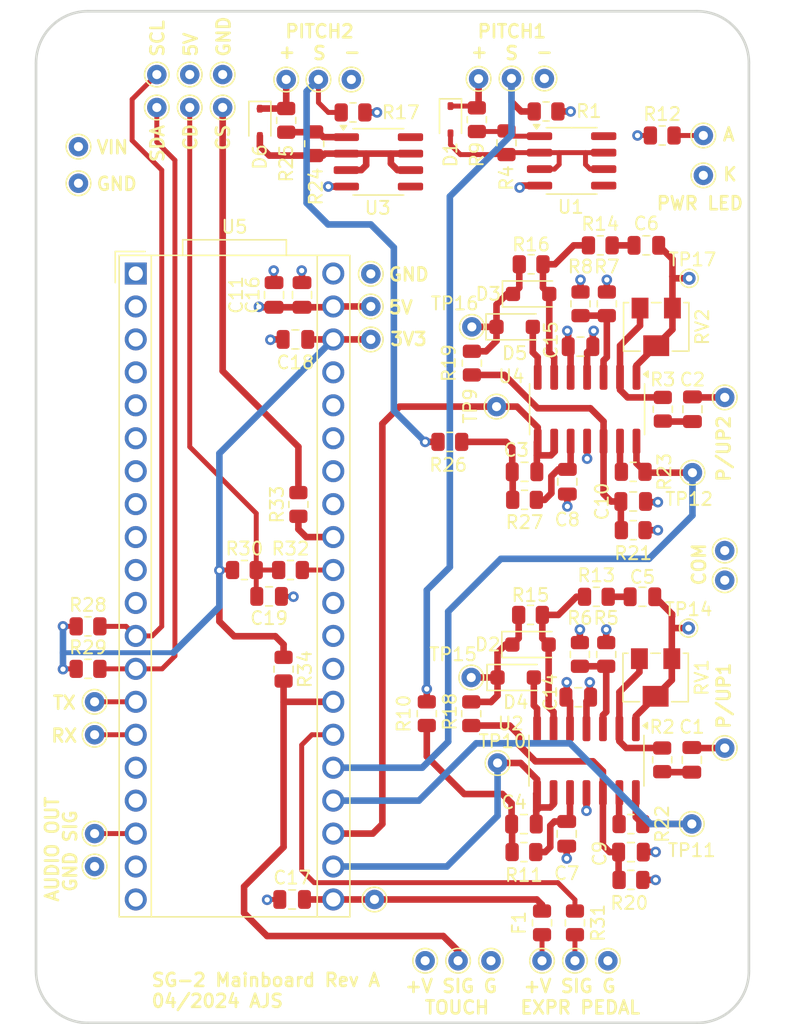
<source format=kicad_pcb>
(kicad_pcb (version 20221018) (generator pcbnew)
  (layers (0 "F.Cu" signal) (1 "In1.Cu" signal) (2 "In2.Cu" signal) (31 "B.Cu" signal) (34 "B.Paste" user) (35 "F.Paste" user) (36 "B.SilkS" user "B.Silkscreen") (37 "F.SilkS" user "F.Silkscreen") (38 "B.Mask" user) (39 "F.Mask" user) (44 "Edge.Cuts" user))
  (net 0 "")
  (net 1 "Net-(C1-Pad1)")
  (net 2 "Net-(C2-Pad1)")
  (net 3 "GND")
  (net 4 "Net-(C4-Pad1)")
  (net 5 "Net-(C5-Pad1)")
  (net 6 "Net-(C5-Pad2)")
  (net 7 "Net-(C6-Pad1)")
  (net 8 "Net-(C6-Pad2)")
  (net 9 "Net-(C3-Pad1)")
  (net 10 "Net-(U2D-+)")
  (net 11 "Net-(U4D-+)")
  (net 12 "+5V")
  (net 13 "Net-(D1-K)")
  (net 14 "Net-(D1-A)")
  (net 15 "Net-(D2-K)")
  (net 16 "Net-(D2-A)")
  (net 17 "Net-(D3-K)")
  (net 18 "Net-(D3-A)")
  (net 19 "Net-(D4-A)")
  (net 20 "Net-(D5-A)")
  (net 21 "Net-(U2A--)")
  (net 22 "Net-(U4A--)")
  (net 23 "Net-(R4-Pad1)")
  (net 24 "Net-(U2A-+)")
  (net 25 "Net-(U4A-+)")
  (net 26 "Net-(U2D--)")
  (net 27 "Net-(U4D--)")
  (net 28 "Net-(U4C--)")
  (net 29 "Net-(U2C--)")
  (net 30 "+3.3V")
  (net 31 "Net-(C19-Pad2)")
  (net 32 "Net-(U4C-+)")
  (net 33 "Net-(D6-K)")
  (net 34 "Net-(D6-A)")
  (net 35 "Net-(R24-Pad1)")
  (net 36 "Net-(U2C-+)")
  (net 37 "+3.3VA")
  (net 49 "Net-(R12-Pad2)")
  (net 50 "Net-(U5-ADC_2)")
  (net 51 "Net-(U5-ADC_3)")
  (net 52 "Net-(U5-I2C1_SCL)")
  (net 55 "Net-(U5-I2C1_SDA)")
  (net 56 "Net-(R31-Pad1)")
  (net 57 "Net-(U5-ADC_4)")
  (net 58 "Net-(U5-SAI2_MCLK)")
  (net 59 "Net-(R33-Pad1)")
  (net 60 "Net-(U5-SAI2_SD_B)")
  (net 61 "Net-(U5-USART1_TX)")
  (net 62 "Net-(U5-ADC_5)")
  (net 66 "Net-(U5-USART1_RX)")
  (net 67 "Net-(U5-AUDIO_OUT_1)")
  (net 74 "Net-(C1-Pad2)")
  (net 75 "Net-(C2-Pad2)")
  (net 76 "Net-(R1-Pad1)")
  (net 77 "Net-(F1-Pad2)")
  (net 78 "Net-(R17-Pad1)")
  (footprint "Diode_SMD:D_SOD-123F" (layer "F.Cu") (at 175.006 118.3685)
    (fp_text reference "D4")
    (fp_text value "RB751")
  )
  (footprint "Resistor_SMD:R_0805_2012Metric" (layer "F.Cu") (at 158.242 105.029 -90)
    (fp_text reference "R33")
    (fp_text value "100")
  )
  (footprint "Resistor_SMD:R_0805_2012Metric" (layer "F.Cu") (at 186.356499 97.6865 90)
    (fp_text reference "R3")
    (fp_text value "1k")
  )
  (footprint "Capacitor_SMD:C_0805_2012Metric" (layer "F.Cu") (at 175.641 129.6715)
    (fp_text reference "C4")
    (fp_text value "20n")
  )
  (footprint "Capacitor_SMD:C_0805_2012Metric" (layer "F.Cu") (at 156.3624 88.8746 -90)
    (fp_text reference "C11")
    (fp_text value "22u")
  )
  (footprint "TestPoint:TestPoint_THTPad_D1.5mm_Drill0.7mm" (layer "F.Cu") (at 163.83 92.3036)
    (fp_text reference "TP28" hide)
    (fp_text value "TestPoint_Small")
  )
  (footprint "TestPoint:TestPoint_THTPad_D1.5mm_Drill0.7mm" (layer "F.Cu") (at 177.22195 72.18775 90)
    (fp_text reference "TP19" hide)
    (fp_text value "TestPoint_Small")
  )
  (footprint "TestPoint:TestPoint_THTPad_D1.5mm_Drill0.7mm" (layer "F.Cu") (at 152.4 74.422)
    (fp_text reference "TP42" hide)
    (fp_text value "TestPoint_Small")
  )
  (footprint "TestPoint:TestPoint_THTPad_D1.5mm_Drill0.7mm" (layer "F.Cu") (at 177.038 140.208)
    (fp_text reference "TP38" hide)
    (fp_text value "TestPoint_Small")
  )
  (footprint "Capacitor_SMD:C_0805_2012Metric" (layer "F.Cu") (at 175.688499 102.5125)
    (fp_text reference "C3")
    (fp_text value "20n")
  )
  (footprint "MountingHole:MountingHole_3.2mm_M3" (layer "F.Cu") (at 142 141 -90)
    (fp_text reference "MT4" hide)
    (fp_text value "MountingHole" hide)
  )
  (footprint "Capacitor_SMD:C_0805_2012Metric" (layer "F.Cu") (at 185.086499 85.0515)
    (fp_text reference "C6")
    (fp_text value "1u")
  )
  (footprint "TestPoint:TestPoint_THTPad_D1.5mm_Drill0.7mm" (layer "F.Cu") (at 189.484 76.581)
    (fp_text reference "TP26" hide)
    (fp_text value "TestPoint_Small")
  )
  (footprint "Resistor_SMD:R_0805_2012Metric" (layer "F.Cu") (at 184.070499 107.0105)
    (fp_text reference "R21")
    (fp_text value "10k")
  )
  (footprint "Diode_SMD:D_SOD-323" (layer "F.Cu") (at 155.2702 75.565 -90)
    (fp_text reference "D6")
    (fp_text value "MMDL6050T1G")
  )
  (footprint "Resistor_SMD:R_0805_2012Metric" (layer "F.Cu") (at 169.926 100.203)
    (fp_text reference "R26")
    (fp_text value "11k")
  )
  (footprint "Capacitor_SMD:C_0805_2012Metric" (layer "F.Cu") (at 184.785 112.1455)
    (fp_text reference "C5")
    (fp_text value "1u")
  )
  (footprint "TestPoint:TestPoint_THTPad_D1.5mm_Drill0.7mm" (layer "F.Cu") (at 173.609 124.9605)
    (fp_text reference "TP10")
    (fp_text value "TestPoint_Small")
  )
  (footprint "Capacitor_SMD:C_0805_2012Metric" (layer "F.Cu") (at 155.9814 112.1156 180)
    (fp_text reference "C19")
    (fp_text value "100n")
  )
  (footprint "Resistor_SMD:R_0805_2012Metric" (layer "F.Cu") (at 172.00945 75.36275 90)
    (fp_text reference "R9")
    (fp_text value "6k12")
  )
  (footprint "TestPoint:TestPoint_THTPad_D1.5mm_Drill0.7mm" (layer "F.Cu") (at 163.83 89.7636)
    (fp_text reference "TP24" hide)
    (fp_text value "TestPoint_Small")
  )
  (footprint "Resistor_SMD:R_0805_2012Metric" (layer "F.Cu") (at 183.896 129.6715 180)
    (fp_text reference "R22")
    (fp_text value "1k")
  )
  (footprint "Capacitor_SMD:C_0805_2012Metric" (layer "F.Cu") (at 178.943 130.4215 -90)
    (fp_text reference "C7")
    (fp_text value "10n")
  )
  (footprint "TestPoint:TestPoint_THTPad_D1.5mm_Drill0.7mm" (layer "F.Cu") (at 159.7892 72.263 90)
    (fp_text reference "TP8" hide)
    (fp_text value "TestPoint_Small")
  )
  (footprint "Resistor_SMD:R_0805_2012Metric" (layer "F.Cu") (at 184.070499 102.5125 180)
    (fp_text reference "R23")
    (fp_text value "1k")
  )
  (footprint "Potentiometer_SMD:Potentiometer_Bourns_3224W_Vertical" (layer "F.Cu") (at 185.801 118.3685)
    (fp_text reference "RV1")
    (fp_text value "100k")
  )
  (footprint "TestPoint:TestPoint_THTPad_D1.5mm_Drill0.7mm" (layer "F.Cu") (at 152.4 71.882)
    (fp_text reference "TP37" hide)
    (fp_text value "TestPoint_Small")
  )
  (footprint "Package_SO:SOIC-14_3.9x8.7mm_P1.27mm" (layer "F.Cu") (at 180.467 124.7835 -90)
    (fp_text reference "U2")
    (fp_text value "LMV324A")
  )
  (footprint "Resistor_SMD:R_0805_2012Metric" (layer "F.Cu") (at 168.148 121.158 -90)
    (fp_text reference "R10")
    (fp_text value "11k")
  )
  (footprint "Resistor_SMD:R_0805_2012Metric" (layer "F.Cu") (at 171.624499 94.1305 90)
    (fp_text reference "R19")
    (fp_text value "100")
  )
  (footprint "Resistor_SMD:R_0805_2012Metric" (layer "F.Cu") (at 181.530499 85.0515)
    (fp_text reference "R14")
    (fp_text value "10k")
  )
  (footprint "TestPoint:TestPoint_THTPad_D1.5mm_Drill0.7mm" (layer "F.Cu") (at 147.32 74.422)
    (fp_text reference "TP33" hide)
    (fp_text value "TestPoint_Small")
  )
  (footprint "Capacitor_SMD:C_0805_2012Metric" (layer "F.Cu") (at 188.595 124.7185 90)
    (fp_text reference "C1")
    (fp_text value "10u")
  )
  (footprint "Capacitor_SMD:C_0805_2012Metric" (layer "F.Cu") (at 179.832 119.8925)
    (fp_text reference "C14")
    (fp_text value "100n")
  )
  (footprint "Capacitor_SMD:C_0805_2012Metric" (layer "F.Cu") (at 178.990499 103.2745 -90)
    (fp_text reference "C8")
    (fp_text value "10n")
  )
  (footprint "Capacitor_SMD:C_0805_2012Metric" (layer "F.Cu") (at 158.5214 88.8746 -90)
    (fp_text reference "C16")
    (fp_text value "100n")
  )
  (footprint "TestPoint:TestPoint_THTPad_D1.5mm_Drill0.7mm" (layer "F.Cu") (at 179.578 140.208)
    (fp_text reference "TP39" hide)
    (fp_text value "TestPoint_Small")
  )
  (footprint "TestPoint:TestPoint_THTPad_D1.5mm_Drill0.7mm" (layer "F.Cu") (at 162.3292 72.263 90)
    (fp_text reference "TP18" hide)
    (fp_text value "TestPoint_Small")
  )
  (footprint "Diode_SMD:D_SOD-123F" (layer "F.Cu") (at 176.196499 88.7965)
    (fp_text reference "D3")
    (fp_text value "RB751")
  )
  (footprint "Resistor_SMD:R_0805_2012Metric" (layer "F.Cu") (at 171.577 121.1625 90)
    (fp_text reference "R18")
    (fp_text value "100")
  )
  (footprint "Resistor_SMD:R_0805_2012Metric" (layer "F.Cu") (at 183.896 133.9775)
    (fp_text reference "R20")
    (fp_text value "10k")
  )
  (footprint "Resistor_SMD:R_0805_2012Metric" (layer "F.Cu") (at 177.038 137.287 -90)
    (fp_text reference "F1")
    (fp_text value "20mA")
  )
  (footprint "TestPoint:TestPoint_THTPad_D1.5mm_Drill0.7mm" (layer "F.Cu") (at 149.86 71.882)
    (fp_text reference "TP43" hide)
    (fp_text value "TestPoint_Small")
  )
  (footprint "TestPoint:TestPoint_THTPad_D1.5mm_Drill0.7mm" (layer "F.Cu") (at 173.529499 97.4855)
    (fp_text reference "TP9")
    (fp_text value "TestPoint_Small")
  )
  (footprint "Resistor_SMD:R_0805_2012Metric" (layer "F.Cu") (at 162.4562 74.803)
    (fp_text reference "R17")
    (fp_text value "1M")
  )
  (footprint "TestPoint:TestPoint_THTPad_D1.5mm_Drill0.7mm" (layer "F.Cu") (at 149.86 74.422)
    (fp_text reference "TP41" hide)
    (fp_text value "TestPoint_Small")
  )
  (footprint "Resistor_SMD:R_0805_2012Metric" (layer "F.Cu") (at 176.196499 86.5105 180)
    (fp_text reference "R16")
    (fp_text value "22k")
  )
  (footprint "TestPoint:TestPoint_THTPad_D1.5mm_Drill0.7mm" (layer "F.Cu") (at 171.577 118.3685)
    (fp_text reference "TP15")
    (fp_text value "TestPoint_Small")
  )
  (footprint "Resistor_SMD:R_0805_2012Metric" (layer "F.Cu") (at 186.309 76.581)
    (fp_text reference "R12")
    (fp_text value "330R" hide)
  )
  (footprint "Module:Electrosmith_Daisy_Seed" (layer "F.Cu") (at 145.6944 87.2236)
    (fp_text reference "U5")
    (fp_text value "Electrosmith_Daisy_Seed_Rev4")
  )
  (footprint "Package_SO:SOIC-8_3.9x4.9mm_P1.27mm" (layer "F.Cu") (at 164.4142 78.613)
    (fp_text reference "U3")
    (fp_text value "LM334M")
  )
  (footprint "Resistor_SMD:R_0805_2012Metric" (layer "F.Cu") (at 174.29545 77.14075 -90)
    (fp_text reference "R4")
    (fp_text value "612")
  )
  (footprint "TestPoint:TestPoint_THTPad_D1.5mm_Drill0.7mm" (layer "F.Cu") (at 164.1094 135.4836)
    (fp_text reference "TP29" hide)
    (fp_text value "TestPoint_Small")
  )
  (footprint "TestPoint:TestPoint_THTPad_D1.5mm_Drill0.7mm" (layer "F.Cu") (at 172.14445 72.21125)
    (fp_text reference "TP3" hide)
    (fp_text value "TestPoint_Small")
  )
  (footprint "TestPoint:TestPoint_THTPad_D1.5mm_Drill0.7mm" (layer "F.Cu") (at 182.118 140.208)
    (fp_text reference "TP40" hide)
    (fp_text value "TestPoint_Small")
  )
  (footprint "Resistor_SMD:R_0805_2012Metric" (layer "F.Cu") (at 181.229 112.1455)
    (fp_text reference "R13")
    (fp_text value "10k")
  )
  (footprint "MountingHole:MountingHole_3.2mm_M3" (layer "F.Cu") (at 189 141 -90)
    (fp_text reference "MT2" hide)
    (fp_text value "MountingHole" hide)
  )
  (footprint "Capacitor_SMD:C_0805_2012Metric" (layer "F.Cu") (at 180.006499 92.8605)
    (fp_text reference "C15")
    (fp_text value "100n")
  )
  (footprint "TestPoint:TestPoint_THTPad_D1.5mm_Drill0.7mm" (layer "F.Cu") (at 189.484 79.6544)
    (fp_text reference "TP27" hide)
    (fp_text value "TestPoint_Small")
  )
  (footprint "Resistor_SMD:R_0805_2012Metric" (layer "F.Cu") (at 179.959 116.5905 90)
    (fp_text reference "R6")
    (fp_text value "10k")
  )
  (footprint "TestPoint:TestPoint_THTPad_D1.5mm_Drill0.7mm" (layer "F.Cu") (at 174.68195 72.18775)
    (fp_text reference "TP4" hide)
    (fp_text value "TestPoint_Small")
  )
  (footprint "Capacitor_SMD:C_0805_2012Metric" (layer "F.Cu") (at 188.642499 97.6865 90)
    (fp_text reference "C2")
    (fp_text value "10u")
  )
  (footprint "TestPoint:TestPoint_THTPad_D1.5mm_Drill0.7mm" (layer "F.Cu") (at 191.135 123.809)
    (fp_text reference "TP6" hide)
    (fp_text value "TestPoint_Small")
  )
  (footprint "TestPoint:TestPoint_THTPad_D1.5mm_Drill0.7mm" (layer "F.Cu") (at 141.2748 77.4446)
    (fp_text reference "TP23" hide)
    (fp_text value "TestPoint_Small")
  )
  (footprint "Package_SO:SOIC-14_3.9x8.7mm_P1.27mm" (layer "F.Cu") (at 180.514499 97.6865 -90)
    (fp_text reference "U4")
    (fp_text value "LMV324A")
  )
  (footprint "Resistor_SMD:R_0805_2012Metric" (layer "F.Cu") (at 142.0114 114.427)
    (fp_text reference "R28")
    (fp_text value "4k7")
  )
  (footprint "Resistor_SMD:R_0805_2012Metric" (layer "F.Cu") (at 180.006499 89.5585 90)
    (fp_text reference "R8")
    (fp_text value "10k")
  )
  (footprint "MountingHole:MountingHole_3.2mm_M3" (layer "F.Cu") (at 142 71 -90)
    (fp_text reference "MT3" hide)
    (fp_text value "MountingHole" hide)
  )
  (footprint "Resistor_SMD:R_0805_2012Metric" (layer "F.Cu") (at 157.3022 75.4145 90)
    (fp_text reference "R25")
    (fp_text value "6k12")
  )
  (footprint "Capacitor_SMD:C_0805_2012Metric" (layer "F.Cu") (at 183.896 131.8305)
    (fp_text reference "C9")
    (fp_text value "10u")
  )
  (footprint "Capacitor_SMD:C_0805_2012Metric" (layer "F.Cu") (at 184.070499 104.7985)
    (fp_text reference "C10")
    (fp_text value "10u")
  )
  (footprint "TestPoint:TestPoint_THTPad_D1.0mm_Drill0.5mm" (layer "F.Cu") (at 188.388499 87.5915)
    (fp_text reference "TP17")
    (fp_text value "TestPoint_Small")
  )
  (footprint "Diode_SMD:D_SOD-123F" (layer "F.Cu") (at 174.926499 91.3365)
    (fp_text reference "D5")
    (fp_text value "RB751")
  )
  (footprint "Resistor_SMD:R_0805_2012Metric" (layer "F.Cu") (at 175.688499 104.6715)
    (fp_text reference "R27")
    (fp_text value "11k")
  )
  (footprint "Resistor_SMD:R_0805_2012Metric" (layer "F.Cu") (at 177.34895 74.72775)
    (fp_text reference "R1")
    (fp_text value "1M")
  )
  (footprint "TestPoint:TestPoint_THTPad_D1.0mm_Drill0.5mm" (layer "F.Cu") (at 188.341 114.5585)
    (fp_text reference "TP14")
    (fp_text value "TestPoint_Small")
  )
  (footprint "TestPoint:TestPoint_THTPad_D1.5mm_Drill0.7mm" (layer "F.Cu") (at 142.5194 122.7836)
    (fp_text reference "TP31" hide)
    (fp_text value "TestPoint_Small")
  )
  (footprint "TestPoint:TestPoint_THTPad_D1.5mm_Drill0.7mm" (layer "F.Cu") (at 191.135 108.585)
    (fp_text reference "TP20" hide)
    (fp_text value "TestPoint_Small")
  )
  (footprint "Capacitor_SMD:C_0805_2012Metric" (layer "F.Cu") (at 158.0134 92.3036)
    (fp_text reference "C18")
    (fp_text value "100n")
  )
  (footprint "TestPoint:TestPoint_THTPad_D1.5mm_Drill0.7mm" (layer "F.Cu") (at 163.83 87.249)
    (fp_text reference "TP36" hide)
    (fp_text value "TestPoint_Small")
  )
  (footprint "TestPoint:TestPoint_THTPad_D1.5mm_Drill0.7mm" (layer "F.Cu") (at 171.624499 91.3365)
    (fp_text reference "TP16")
    (fp_text value "TestPoint_Small")
  )
  (footprint "TestPoint:TestPoint_THTPad_D1.5mm_Drill0.7mm" (layer "F.Cu") (at 147.32 71.882)
    (fp_text reference "TP32" hide)
    (fp_text value "TestPoint_Small")
  )
  (footprint "Package_SO:SOIC-8_3.9x4.9mm_P1.27mm" (layer "F.Cu") (at 179.32145 78.53775)
    (fp_text reference "U1")
    (fp_text value "LM334M")
  )
  (footprint "Diode_SMD:D_SOD-323" (layer "F.Cu") (at 169.97745 75.36275 -90)
    (fp_text reference "D1")
    (fp_text value "MMDL6050T1G")
  )
  (footprint "TestPoint:TestPoint_THTPad_D1.5mm_Drill0.7mm" (layer "F.Cu") (at 141.2748 80.264)
    (fp_text reference "TP25" hide)
    (fp_text value "TestPoint_Small")
  )
  (footprint "TestPoint:TestPoint_THTPad_D1.5mm_Drill0.7mm" (layer "F.Cu") (at 188.595 129.6595)
    (fp_text reference "TP11")
    (fp_text value "TestPoint_Small")
  )
  (footprint "TestPoint:TestPoint_THTPad_D1.5mm_Drill0.7mm" (layer "F.Cu") (at 188.642499 102.5775)
    (fp_text reference "TP12")
    (fp_text value "TestPoint_Small")
  )
  (footprint "TestPoint:TestPoint_THTPad_D1.5mm_Drill0.7mm" (layer "F.Cu") (at 142.5194 130.4036)
    (fp_text reference "TP34" hide)
    (fp_text value "TestPoint_Small")
  )
  (footprint "Resistor_SMD:R_0805_2012Metric" (layer "F.Cu") (at 186.309 124.7185 90)
    (fp_text reference "R2")
    (fp_text value "1k")
  )
  (footprint "Resistor_SMD:R_0805_2012Metric" (layer "F.Cu") (at 181.991 116.5905 90)
    (fp_text reference "R5")
    (fp_text value "10k")
  )
  (footprint "Resistor_SMD:R_0805_2012Metric" (layer "F.Cu") (at 142.0114 117.7036)
    (fp_text reference "R29")
    (fp_text value "4k7")
  )
  (footprint "TestPoint:TestPoint_THTPad_D1.5mm_Drill0.7mm" (layer "F.Cu") (at 157.3022 72.263 90)
    (fp_text reference "TP5" hide)
    (fp_text value "TestPoint_Small")
  )
  (footprint "Resistor_SMD:R_0805_2012Metric" (layer "F.Cu") (at 157.099 117.729 -90)
    (fp_text reference "R34")
    (fp_text value "4k7")
  )
  (footprint "TestPoint:TestPoint_THTPad_D1.5mm_Drill0.7mm" (layer "F.Cu") (at 191.135 96.774)
    (fp_text reference "TP7" hide)
    (fp_text value "TestPoint_Small")
  )
  (footprint "TestPoint:TestPoint_THTPad_D1.5mm_Drill0.7mm" (layer "F.Cu") (at 170.561 140.208)
    (fp_text reference "TP1" hide)
    (fp_text value "TestPoint_Small")
  )
  (footprint "Diode_SMD:D_SOD-123F" (layer "F.Cu") (at 176.149 115.8285)
    (fp_text reference "D2")
    (fp_text value "RB751")
  )
  (footprint "Resistor_SMD:R_0805_2012Metric" (layer "F.Cu") (at 159.4612 77.216 -90)
    (fp_text reference "R24")
    (fp_text value "612")
  )
  (footprint "TestPoint:TestPoint_THTPad_D1.5mm_Drill0.7mm" (layer "F.Cu") (at 191.135 110.871)
    (fp_text reference "TP21" hide)
    (fp_text value "TestPoint_Small")
  )
  (footprint "Potentiometer_SMD:Potentiometer_Bourns_3224W_Vertical" (layer "F.Cu") (at 185.848499 91.3365)
    (fp_text reference "RV2")
    (fp_text value "100k")
  )
  (footprint "Resistor_SMD:R_0805_2012Metric" (layer "F.Cu") (at 176.149 113.5425 180)
    (fp_text reference "R15")
    (fp_text value "22k")
  )
  (footprint "TestPoint:TestPoint_THTPad_D1.5mm_Drill0.7mm" (layer "F.Cu") (at 173.101 140.208)
    (fp_text reference "TP13" hide)
    (fp_text value "TestPoint_Small")
  )
  (footprint "Resistor_SMD:R_0805_2012Metric" (layer "F.Cu") (at 157.6324 110.0836)
    (fp_text reference "R32")
    (fp_text value "100")
  )
  (footprint "MountingHole:MountingHole_3.2mm_M3" (layer "F.Cu") (at 189 71 -90)
    (fp_text reference "MT1" hide)
    (fp_text value "MountingHole" hide)
  )
  (footprint "TestPoint:TestPoint_THTPad_D1.5mm_Drill0.7mm" (layer "F.Cu") (at 142.5194 120.2436)
    (fp_text reference "TP30" hide)
    (fp_text value "TestPoint_Small")
  )
  (footprint "Capacitor_SMD:C_0805_2012Metric" (layer "F.Cu") (at 157.7594 135.4836)
    (fp_text reference "C17")
    (fp_text value "100n")
  )
  (footprint "Resistor_SMD:R_0805_2012Metric" (layer "F.Cu") (at 179.578 137.287 90)
    (fp_text reference "R31")
    (fp_text value "100")
  )
  (footprint "Resistor_SMD:R_0805_2012Metric" (layer "F.Cu") (at 154.0764 110.0836)
    (fp_text reference "R30")
    (fp_text value "4k7")
  )
  (footprint "TestPoint:TestPoint_THTPad_D1.5mm_Drill0.7mm" (layer "F.Cu") (at 168.021 140.208)
    (fp_text reference "TP2" hide)
    (fp_text value "TestPoint_Small")
  )
  (footprint "Resistor_SMD:R_0805_2012Metric" (layer "F.Cu") (at 175.641 131.8305)
    (fp_text reference "R11")
    (fp_text value "11k")
  )
  (footprint "Resistor_SMD:R_0805_2012Metric" (layer "F.Cu") (at 182.038499 89.5585 90)
    (fp_text reference "R7")
    (fp_text value "10k")
  )
  (footprint "TestPoint:TestPoint_THTPad_D1.5mm_Drill0.7mm" (layer "F.Cu") (at 142.5194 132.9436)
    (fp_text reference "TP35" hide)
    (fp_text value "TestPoint_Small")
  )
  (gr_line (start 142 145) (end 189 145) (stroke (width 0.2032)) (layer "Edge.Cuts"))
  (gr_line (start 189 67) (end 142 67) (stroke (width 0.2032)) (layer "Edge.Cuts"))
  (gr_arc (start 193 141) (mid 191.828427 143.828427) (end 189 145) (stroke (width 0.2032)) (layer "Edge.Cuts"))
  (gr_arc (start 138 71) (mid 139.171573 68.171573) (end 142 67) (stroke (width 0.2032)) (layer "Edge.Cuts"))
  (gr_line (start 138 71) (end 138 141) (stroke (width 0.2032)) (layer "Edge.Cuts"))
  (gr_arc (start 142 145) (mid 139.171573 143.828427) (end 138 141) (stroke (width 0.2032)) (layer "Edge.Cuts"))
  (gr_line (start 193 141) (end 193 71) (stroke (width 0.2032)) (layer "Edge.Cuts"))
  (gr_arc (start 189 67) (mid 191.828427 68.171573) (end 193 71) (stroke (width 0.2032)) (layer "Edge.Cuts"))
  (gr_text "TOUCH" (at 167.894 144.399) (layer "F.SilkS") (effects (font (size 1 1) (thickness 0.2032) bold) (justify left bottom)))
  (gr_text "K" (at 190.9064 80.1624) (layer "F.SilkS") (effects (font (size 1 1) (thickness 0.2032) bold) (justify left bottom)))
  (gr_text "SCL" (at 147.955 70.612 90) (layer "F.SilkS") (effects (font (size 1 1) (thickness 0.2032) bold) (justify left bottom)))
  (gr_text "COM" (at 189.738 111.379 90) (layer "F.SilkS") (effects (font (size 1 1) (thickness 0.2032) bold) (justify left bottom)))
  (gr_text "CD" (at 150.495 77.851 90) (layer "F.SilkS") (effects (font (size 1 1) (thickness 0.2032) bold) (justify left bottom)))
  (gr_text "SDA" (at 147.955 78.74 90) (layer "F.SilkS") (effects (font (size 1 1) (thickness 0.2032) bold) (justify left bottom)))
  (gr_text "SG-2 Mainboard Rev A\n04/2024 AJS" (at 146.812 143.891) (layer "F.SilkS") (effects (font (size 1 1) (thickness 0.2032) bold) (justify left bottom)))
  (gr_text "AUDIO OUT" (at 139.827 135.763 90) (layer "F.SilkS") (effects (font (size 1 1) (thickness 0.2032) bold) (justify left bottom)))
  (gr_text "GND" (at 153.0604 70.612 90) (layer "F.SilkS") (effects (font (size 1 1) (thickness 0.2032) bold) (justify left bottom)))
  (gr_text "PWR LED" (at 185.7756 82.3976) (layer "F.SilkS") (effects (font (size 1 1) (thickness 0.2032) bold) (justify left bottom)))
  (gr_text "TX" (at 139.192 120.904) (layer "F.SilkS") (effects (font (size 1 1) (thickness 0.2032) bold) (justify left bottom)))
  (gr_text "PITCH1" (at 171.958 69.1388) (layer "F.SilkS") (effects (font (size 1 1) (thickness 0.2032) bold) (justify left bottom)))
  (gr_text "GND" (at 165.1 87.884) (layer "F.SilkS") (effects (font (size 1 1) (thickness 0.2032) bold) (justify left bottom)))
  (gr_text "GND" (at 142.5702 80.899) (layer "F.SilkS") (effects (font (size 1 1) (thickness 0.2032) bold) (justify left bottom)))
  (gr_text "3V3" (at 165.227 92.8624) (layer "F.SilkS") (effects (font (size 1 1) (thickness 0.2032) bold) (justify left bottom)))
  (gr_text "-" (at 176.4792 70.7136) (layer "F.SilkS") (effects (font (size 1 1) (thickness 0.2032) bold) (justify left bottom)))
  (gr_text "S" (at 159.25675 70.81615) (layer "F.SilkS") (effects (font (size 1 1) (thickness 0.2032) bold) (justify left bottom)))
  (gr_text "PITCH2" (at 157.1244 69.1388) (layer "F.SilkS") (effects (font (size 1 1) (thickness 0.2032) bold) (justify left bottom)))
  (gr_text "-" (at 161.6456 70.7136) (layer "F.SilkS") (effects (font (size 1 1) (thickness 0.2032) bold) (justify left bottom)))
  (gr_text "VIN" (at 142.5702 78.0796) (layer "F.SilkS") (effects (font (size 1 1) (thickness 0.2032) bold) (justify left bottom)))
  (gr_text "+V SIG G" (at 166.37 142.748) (layer "F.SilkS") (effects (font (size 1 1) (thickness 0.2032) bold) (justify left bottom)))
  (gr_text "RX" (at 139.065 123.444) (layer "F.SilkS") (effects (font (size 1 1) (thickness 0.2032) bold) (justify left bottom)))
  (gr_text "P/UP2" (at 191.643 103.378 90) (layer "F.SilkS") (effects (font (size 1 1) (thickness 0.2032) bold) (justify left bottom)))
  (gr_text "+" (at 156.6164 70.7136) (layer "F.SilkS") (effects (font (size 1 1) (thickness 0.2032) bold) (justify left bottom)))
  (gr_text "EXPR PEDAL" (at 175.26 144.399) (layer "F.SilkS") (effects (font (size 1 1) (thickness 0.2032) bold) (justify left bottom)))
  (gr_text "P/UP1" (at 191.643 122.428 90) (layer "F.SilkS") (effects (font (size 1 1) (thickness 0.2032) bold) (justify left bottom)))
  (gr_text "S" (at 174.09035 70.81615) (layer "F.SilkS") (effects (font (size 1 1) (thickness 0.2032) bold) (justify left bottom)))
  (gr_text "5V" (at 165.1 90.424) (layer "F.SilkS") (effects (font (size 1 1) (thickness 0.2032) bold) (justify left bottom)))
  (gr_text "5V" (at 150.5204 70.612 90) (layer "F.SilkS") (effects (font (size 1 1) (thickness 0.2032) bold) (justify left bottom)))
  (gr_text "+" (at 171.45 70.7136) (layer "F.SilkS") (effects (font (size 1 1) (thickness 0.2032) bold) (justify left bottom)))
  (gr_text "GND SIG" (at 141.224 135.001 90) (layer "F.SilkS") (effects (font (size 1 1) (thickness 0.2032) bold) (justify left bottom)))
  (gr_text "+V SIG G" (at 175.514 142.748) (layer "F.SilkS") (effects (font (size 1 1) (thickness 0.2032) bold) (justify left bottom)))
  (gr_text "A" (at 190.881 77.089) (layer "F.SilkS") (effects (font (size 1 1) (thickness 0.2032) bold) (justify left bottom)))
  (gr_text "CS" (at 153.0096 77.851 90) (layer "F.SilkS") (effects (font (size 1 1) (thickness 0.2032) bold) (justify left bottom)))
  (segment (start 188.595 125.6685) (end 186.3465 125.6685) (width 0.508) (layer "F.Cu") (net 1))
  (segment (start 186.3465 125.6685) (end 186.309 125.631) (width 0.508) (layer "F.Cu") (net 1))
  (segment (start 186.393999 98.6365) (end 186.356499 98.599) (width 0.508) (layer "F.Cu") (net 2))
  (segment (start 188.642499 98.6365) (end 186.393999 98.6365) (width 0.508) (layer "F.Cu") (net 2))
  (segment (start 178.990499 105.1795) (end 178.990499 104.2245) (width 0.508) (layer "F.Cu") (net 3))
  (segment (start 179.056499 92.8605) (end 179.056499 91.7095) (width 0.508) (layer "F.Cu") (net 3))
  (segment (start 180.006499 88.646) (end 180.006499 87.7065) (width 0.508) (layer "F.Cu") (net 3))
  (segment (start 185.975499 104.8515) (end 185.073499 104.8515) (width 0.508) (layer "F.Cu") (net 3))
  (segment (start 178.943 118.7375) (end 178.943 119.8315) (width 0.508) (layer "F.Cu") (net 3))
  (segment (start 178.943 131.3715) (end 178.943 132.3265) (width 0.508) (layer "F.Cu") (net 3))
  (segment (start 185.073499 104.8515) (end 185.020499 104.7985) (width 0.508) (layer "F.Cu") (net 3))
  (segment (start 179.244499 93.0485) (end 179.056499 92.8605) (width 0.508) (layer "F.Cu") (net 3))
  (segment (start 185.801 131.8185) (end 184.858 131.8185) (width 0.508) (layer "F.Cu") (net 3))
  (segment (start 156.1084 92.3036) (end 156.083 92.329) (width 0.508) (layer "F.Cu") (net 3))
  (segment (start 179.959 115.678) (end 179.959 114.6735) (width 0.508) (layer "F.Cu") (net 3))
  (segment (start 158.5214 87.9246) (end 158.5214 87.0204) (width 0.508) (layer "F.Cu") (net 3))
  (segment (start 185.975499 107.0105) (end 184.982999 107.0105) (width 0.508) (layer "F.Cu") (net 3))
  (segment (start 158.5214 87.0204) (end 158.496 86.995) (width 0.508) (layer "F.Cu") (net 3))
  (segment (start 184.858 131.8185) (end 184.846 131.8305) (width 0.508) (layer "F.Cu") (net 3))
  (segment (start 156.3624 87.9246) (end 156.3624 87.0204) (width 0.508) (layer "F.Cu") (net 3))
  (segment (start 178.943 119.8315) (end 178.882 119.8925) (width 0.508) (layer "F.Cu") (net 3))
  (segment (start 156.3624 87.0204) (end 156.337 86.995) (width 0.508) (layer "F.Cu") (net 3))
  (segment (start 157.8356 112.1156) (end 157.861 112.141) (width 0.381) (layer "F.Cu") (net 3))
  (segment (start 179.056499 91.7095) (end 178.990499 91.6435) (width 0.508) (layer "F.Cu") (net 3))
  (segment (start 185.801 133.9775) (end 184.8085 133.9775) (width 0.508) (layer "F.Cu") (net 3))
  (segment (start 179.244499 95.2115) (end 179.244499 93.0485) (width 0.508) (layer "F.Cu") (net 3))
  (segment (start 156.9314 112.1156) (end 157.8356 112.1156) (width 0.381) (layer "F.Cu") (net 3))
  (segment (start 180.467 127.2585) (end 180.467 128.6435) (width 0.508) (layer "F.Cu") (net 3))
  (segment (start 156.8094 135.4836) (end 155.8544 135.4836) (width 0.381) (layer "F.Cu") (net 3))
  (segment (start 155.8544 135.4836) (end 155.829 135.509) (width 0.381) (layer "F.Cu") (net 3))
  (segment (start 163.3687 74.803) (end 164.3082 74.803) (width 0.508) (layer "F.Cu") (net 3))
  (segment (start 179.197 122.3085) (end 179.197 120.2075) (width 0.508) (layer "F.Cu") (net 3))
  (segment (start 157.0634 92.3036) (end 156.1084 92.3036) (width 0.508) (layer "F.Cu") (net 3))
  (segment (start 179.197 120.2075) (end 178.882 119.8925) (width 0.508) (layer "F.Cu") (net 3))
  (segment (start 178.26145 74.72775) (end 179.24595 74.72775) (width 0.508) (layer "F.Cu") (net 3))
  (via (at 156.083 92.329) (size 0.8128) (drill 0.4064) (layers "F.Cu" "B.Cu") (net 3))
  (via (at 185.975499 107.0105) (size 0.8128) (drill 0.4064) (layers "F.Cu" "B.Cu") (net 3))
  (via (at 178.943 132.3265) (size 0.8128) (drill 0.4064) (layers "F.Cu" "B.Cu") (net 3))
  (via (at 185.801 131.8185) (size 0.8128) (drill 0.4064) (layers "F.Cu" "B.Cu") (net 3))
  (via (at 178.990499 105.1795) (size 0.8128) (drill 0.4064) (layers "F.Cu" "B.Cu") (net 3))
  (via (at 156.337 86.995) (size 0.8128) (drill 0.4064) (layers "F.Cu" "B.Cu") (net 3))
  (via (at 185.975499 104.8515) (size 0.8128) (drill 0.4064) (layers "F.Cu" "B.Cu") (net 3))
  (via (at 157.861 112.141) (size 0.8128) (drill 0.4064) (layers "F.Cu" "B.Cu") (net 3))
  (via (at 178.943 118.7375) (size 0.8128) (drill 0.4064) (layers "F.Cu" "B.Cu") (net 3))
  (via (at 164.3082 74.803) (size 0.8128) (drill 0.4064) (layers "F.Cu" "B.Cu") (net 3))
  (via (at 180.514499 101.4965) (size 0.8128) (drill 0.4064) (layers "F.Cu" "B.Cu") (net 3))
  (via (at 179.959 114.6735) (size 0.8128) (drill 0.4064) (layers "F.Cu" "B.Cu") (net 3))
  (via (at 180.006499 87.7065) (size 0.8128) (drill 0.4064) (layers "F.Cu" "B.Cu") (net 3))
  (via (at 180.467 128.6435) (size 0.8128) (drill 0.4064) (layers "F.Cu" "B.Cu") (net 3))
  (via (at 158.496 86.995) (size 0.8128) (drill 0.4064) (layers "F.Cu" "B.Cu") (net 3))
  (via (at 178.990499 91.6435) (size 0.8128) (drill 0.4064) (layers "F.Cu" "B.Cu") (net 3))
  (via (at 179.24595 74.72775) (size 0.8128) (drill 0.4064) (layers "F.Cu" "B.Cu") (net 3))
  (via (at 155.829 135.509) (size 0.8128) (drill 0.4064) (layers "F.Cu" "B.Cu") (net 3))
  (via (at 185.801 133.9775) (size 0.8128) (drill 0.4064) (layers "F.Cu" "B.Cu") (net 3))
  (segment (start 174.691 129.6715) (end 174.691 128.0705) (width 0.508) (layer "F.Cu") (net 4))
  (segment (start 174.691 128.0705) (end 173.9745 127.354) (width 0.508) (layer "F.Cu") (net 4))
  (segment (start 168.148 124.46) (end 168.148 122.0705) (width 0.508) (layer "F.Cu") (net 4))
  (segment (start 171.042 127.354) (end 168.148 124.46) (width 0.508) (layer "F.Cu") (net 4))
  (segment (start 174.7285 131.8305) (end 174.7285 129.709) (width 0.508) (layer "F.Cu") (net 4))
  (segment (start 174.7285 129.709) (end 174.691 129.6715) (width 0.508) (layer "F.Cu") (net 4))
  (segment (start 173.9745 127.354) (end 171.042 127.354) (width 0.508) (layer "F.Cu") (net 4))
  (segment (start 183.835 112.1455) (end 182.1415 112.1455) (width 0.508) (layer "F.Cu") (net 5))
  (segment (start 187.051 116.9185) (end 187.051 118.5685) (width 0.508) (layer "F.Cu") (net 6))
  (segment (start 187.051 113.6775) (end 187.051 114.6735) (width 0.508) (layer "F.Cu") (net 6))
  (segment (start 184.277 122.3085) (end 184.277 121.3425) (width 0.508) (layer "F.Cu") (net 6))
  (segment (start 187.166 114.5585) (end 187.051 114.6735) (width 0.508) (layer "F.Cu") (net 6))
  (segment (start 188.341 114.5585) (end 187.166 114.5585) (width 0.508) (layer "F.Cu") (net 6))
  (segment (start 187.071 113.4815) (end 187.071 113.6575) (width 0.508) (layer "F.Cu") (net 6))
  (segment (start 187.051 114.6735) (end 187.051 116.9185) (width 0.508) (layer "F.Cu") (net 6))
  (segment (start 187.051 118.5685) (end 185.801 119.8185) (width 0.508) (layer "F.Cu") (net 6))
  (segment (start 184.277 121.3425) (end 185.801 119.8185) (width 0.508) (layer "F.Cu") (net 6))
  (segment (start 185.735 112.1455) (end 187.071 113.4815) (width 0.508) (layer "F.Cu") (net 6))
  (segment (start 187.071 113.6575) (end 187.051 113.6775) (width 0.508) (layer "F.Cu") (net 6))
  (segment (start 184.136499 85.0515) (end 182.442999 85.0515) (width 0.508) (layer "F.Cu") (net 7))
  (segment (start 187.098499 89.8865) (end 187.098499 91.5365) (width 0.508) (layer "F.Cu") (net 8))
  (segment (start 187.237499 87.5915) (end 187.098499 87.4525) (width 0.508) (layer "F.Cu") (net 8))
  (segment (start 184.324499 95.2115) (end 184.324499 94.3105) (width 0.508) (layer "F.Cu") (net 8))
  (segment (start 187.098499 91.5365) (end 185.848499 92.7865) (width 0.508) (layer "F.Cu") (net 8))
  (segment (start 188.388499 87.5915) (end 187.237499 87.5915) (width 0.508) (layer "F.Cu") (net 8))
  (segment (start 184.324499 94.3105) (end 185.848499 92.7865) (width 0.508) (layer "F.Cu") (net 8))
  (segment (start 187.098499 86.1135) (end 186.036499 85.0515) (width 0.508) (layer "F.Cu") (net 8))
  (segment (start 187.098499 87.4525) (end 187.098499 86.1135) (width 0.508) (layer "F.Cu") (net 8))
  (segment (start 187.098499 89.8865) (end 187.098499 87.4525) (width 0.508) (layer "F.Cu") (net 8))
  (segment (start 174.738499 102.5125) (end 174.738499 100.6735) (width 0.508) (layer "F.Cu") (net 9))
  (segment (start 174.775999 102.55) (end 174.738499 102.5125) (width 0.508) (layer "F.Cu") (net 9))
  (segment (start 174.267999 100.203) (end 170.8385 100.203) (width 0.508) (layer "F.Cu") (net 9))
  (segment (start 174.775999 104.6715) (end 174.775999 102.55) (width 0.508) (layer "F.Cu") (net 9))
  (segment (start 174.738499 100.6735) (end 174.267999 100.203) (width 0.508) (layer "F.Cu") (net 9))
  (segment (start 174.5335 122.075) (end 175.26 122.8015) (width 0.508) (layer "F.Cu") (net 10))
  (segment (start 175.26 123.5635) (end 176.53 124.8335) (width 0.508) (layer "F.Cu") (net 10))
  (segment (start 181.737 131.3105) (end 181.737 127.2585) (width 0.508) (layer "F.Cu") (net 10))
  (segment (start 181.737 125.5955) (end 181.737 127.2585) (width 0.508) (layer "F.Cu") (net 10))
  (segment (start 182.257 131.8305) (end 181.737 131.3105) (width 0.508) (layer "F.Cu") (net 10))
  (segment (start 175.26 122.8015) (end 175.26 123.5635) (width 0.508) (layer "F.Cu") (net 10))
  (segment (start 180.975 124.8335) (end 181.737 125.5955) (width 0.508) (layer "F.Cu") (net 10))
  (segment (start 171.577 122.075) (end 174.5335 122.075) (width 0.508) (layer "F.Cu") (net 10))
  (segment (start 182.946 131.8305) (end 182.946 133.94) (width 0.508) (layer "F.Cu") (net 10))
  (segment (start 182.946 133.94) (end 182.9835 133.9775) (width 0.508) (layer "F.Cu") (net 10))
  (segment (start 182.946 131.8305) (end 182.257 131.8305) (width 0.508) (layer "F.Cu") (net 10))
  (segment (start 176.53 124.8335) (end 180.975 124.8335) (width 0.508) (layer "F.Cu") (net 10))
  (segment (start 181.784499 100.1615) (end 181.784499 98.6285) (width 0.508) (layer "F.Cu") (net 11))
  (segment (start 181.784499 100.1615) (end 181.784499 104.2165) (width 0.508) (layer "F.Cu") (net 11))
  (segment (start 182.366499 104.7985) (end 183.120499 104.7985) (width 0.508) (layer "F.Cu") (net 11))
  (segment (start 181.784499 104.2165) (end 182.366499 104.7985) (width 0.508) (layer "F.Cu") (net 11))
  (segment (start 183.120499 104.7985) (end 183.120499 106.973) (width 0.508) (layer "F.Cu") (net 11))
  (segment (start 180.768499 97.6125) (end 176.704499 97.6125) (width 0.508) (layer "F.Cu") (net 11))
  (segment (start 171.624499 95.043) (end 174.134999 95.043) (width 0.508) (layer "F.Cu") (net 11))
  (segment (start 183.120499 106.973) (end 183.157999 107.0105) (width 0.508) (layer "F.Cu") (net 11))
  (segment (start 174.134999 95.043) (end 176.704499 97.6125) (width 0.508) (layer "F.Cu") (net 11))
  (segment (start 181.784499 98.6285) (end 180.768499 97.6125) (width 0.508) (layer "F.Cu") (net 11))
  (segment (start 176.84645 80.44275) (end 175.46195 80.44275) (width 0.508) (layer "F.Cu") (net 12))
  (segment (start 180.467 120.2075) (end 180.782 119.8925) (width 0.508) (layer "F.Cu") (net 12))
  (segment (start 175.46195 80.44275) (end 175.31145 80.59325) (width 0.508) (layer "F.Cu") (net 12))
  (segment (start 156.3624 89.8246) (end 158.5214 89.8246) (width 0.508) (layer "F.Cu") (net 12))
  (segment (start 182.038499 88.646) (end 182.038499 87.7065) (width 0.508) (layer "F.Cu") (net 12))
  (segment (start 158.5214 89.8246) (end 160.8734 89.8246) (width 0.508) (layer "F.Cu") (net 12))
  (segment (start 180.467 122.3085) (end 180.467 120.2075) (width 0.508) (layer "F.Cu") (net 12))
  (segment (start 160.9344 89.7636) (end 163.83 89.7636) (width 0.508) (layer "F.Cu") (net 12))
  (segment (start 161.9392 80.518) (end 160.5512 80.518) (width 0.508) (layer "F.Cu") (net 12))
  (segment (start 180.514499 93.3025) (end 180.956499 92.8605) (width 0.508) (layer "F.Cu") (net 12))
  (segment (start 180.956499 92.8605) (end 180.956499 91.7095) (width 0.508) (layer "F.Cu") (net 12))
  (segment (start 155.2296 89.8246) (end 155.194 89.789) (width 0.508) (layer "F.Cu") (net 12))
  (segment (start 180.721 118.7375) (end 180.721 119.8315) (width 0.508) (layer "F.Cu") (net 12))
  (segment (start 180.721 119.8315) (end 180.782 119.8925) (width 0.508) (layer "F.Cu") (net 12))
  (segment (start 180.514499 95.2115) (end 180.514499 93.3025) (width 0.508) (layer "F.Cu") (net 12))
  (segment (start 156.3624 89.8246) (end 155.2296 89.8246) (width 0.508) (layer "F.Cu") (net 12))
  (segment (start 181.991 115.678) (end 181.991 114.6735) (width 0.508) (layer "F.Cu") (net 12))
  (segment (start 185.3965 76.581) (end 184.404 76.581) (width 0.381) (layer "F.Cu") (net 12))
  (segment (start 160.8734 89.8246) (end 160.9344 89.7636) (width 0.508) (layer "F.Cu") (net 12))
  (segment (start 180.956499 91.7095) (end 181.022499 91.6435) (width 0.508) (layer "F.Cu") (net 12))
  (via (at 182.038499 87.7065) (size 0.8128) (drill 0.4064) (layers "F.Cu" "B.Cu") (net 12))
  (via (at 181.022499 91.6435) (size 0.8128) (drill 0.4064) (layers "F.Cu" "B.Cu") (net 12))
  (via (at 180.721 118.7375) (size 0.8128) (drill 0.4064) (layers "F.Cu" "B.Cu") (net 12))
  (via (at 155.194 89.789) (size 0.8128) (drill 0.4064) (layers "F.Cu" "B.Cu") (net 12))
  (via (at 181.991 114.6735) (size 0.8128) (drill 0.4064) (layers "F.Cu" "B.Cu") (net 12))
  (via (at 175.31145 80.59325) (size 0.8128) (drill 0.4064) (layers "F.Cu" "B.Cu") (net 12))
  (via (at 160.5512 80.518) (size 0.8128) (drill 0.4064) (layers "F.Cu" "B.Cu") (net 12))
  (via (at 184.404 76.581) (size 0.8128) (drill 0.4064) (layers "F.Cu" "B.Cu") (net 12))
  (segment (start 171.87195 74.31275) (end 172.00945 74.45025) (width 0.381) (layer "F.Cu") (net 13))
  (segment (start 172.14445 72.21125) (end 172.14445 74.31525) (width 0.508) (layer "F.Cu") (net 13))
  (segment (start 172.29545 71.90975) (end 172.14445 72.06075) (width 0.381) (layer "F.Cu") (net 13))
  (segment (start 169.97745 74.31275) (end 171.87195 74.31275) (width 0.381) (layer "F.Cu") (net 13))
  (segment (start 172.14445 74.31525) (end 172.00945 74.45025) (width 0.508) (layer "F.Cu") (net 13))
  (segment (start 172.04145 72.10825) (end 172.14445 72.21125) (width 0.508) (layer "F.Cu") (net 13))
  (segment (start 181.79645 79.17275) (end 180.74895 79.17275) (width 0.381) (layer "F.Cu") (net 14))
  (segment (start 178.35945 77.90275) (end 180.39145 77.90275) (width 0.381) (layer "F.Cu") (net 14))
  (segment (start 176.84645 79.17275) (end 178.00195 79.17275) (width 0.381) (layer "F.Cu") (net 14))
  (segment (start 174.44595 77.90275) (end 174.29545 78.05325) (width 0.381) (layer "F.Cu") (net 14))
  (segment (start 176.84645 77.90275) (end 174.44595 77.90275) (width 0.381) (layer "F.Cu") (net 14))
  (segment (start 178.00195 79.17275) (end 178.35945 78.81525) (width 0.381) (layer "F.Cu") (net 14))
  (segment (start 170.73945 78.05325) (end 174.29545 78.05325) (width 0.381) (layer "F.Cu") (net 14))
  (segment (start 180.39145 78.81525) (end 180.39145 77.90275) (width 0.381) (layer "F.Cu") (net 14))
  (segment (start 169.97745 77.29125) (end 170.73945 78.05325) (width 0.381) (layer "F.Cu") (net 14))
  (segment (start 180.74895 79.17275) (end 180.39145 78.81525) (width 0.381) (layer "F.Cu") (net 14))
  (segment (start 176.84645 77.90275) (end 178.35945 77.90275) (width 0.381) (layer "F.Cu") (net 14))
  (segment (start 180.39145 77.90275) (end 181.79645 77.90275) (width 0.381) (layer "F.Cu") (net 14))
  (segment (start 169.97745 76.41275) (end 169.97745 77.29125) (width 0.381) (layer "F.Cu") (net 14))
  (segment (start 178.35945 78.81525) (end 178.35945 77.90275) (width 0.381) (layer "F.Cu") (net 14))
  (segment (start 173.606 116.4545) (end 173.606 118.3685) (width 0.508) (layer "F.Cu") (net 15))
  (segment (start 173.606 119.7565) (end 173.101 120.2615) (width 0.508) (layer "F.Cu") (net 15))
  (segment (start 174.749 115.8285) (end 174.232 115.8285) (width 0.508) (layer "F.Cu") (net 15))
  (segment (start 173.0895 120.25) (end 171.577 120.25) (width 0.508) (layer "F.Cu") (net 15))
  (segment (start 173.606 118.3685) (end 171.577 118.3685) (width 0.508) (layer "F.Cu") (net 15))
  (segment (start 173.101 120.2615) (end 173.0895 120.25) (width 0.508) (layer "F.Cu") (net 15))
  (segment (start 173.606 118.3685) (end 173.606 119.7565) (width 0.508) (layer "F.Cu") (net 15))
  (segment (start 174.232 115.8285) (end 173.606 116.4545) (width 0.508) (layer "F.Cu") (net 15))
  (segment (start 175.2365 115.341) (end 174.749 115.8285) (width 0.508) (layer "F.Cu") (net 15))
  (segment (start 175.2365 113.5425) (end 175.2365 115.341) (width 0.508) (layer "F.Cu") (net 15))
  (segment (start 178.296 113.5425) (end 177.0615 113.5425) (width 0.508) (layer "F.Cu") (net 16))
  (segment (start 177.549 120.6455) (end 177.927 121.0235) (width 0.508) (layer "F.Cu") (net 16))
  (segment (start 177.549 115.8285) (end 177.549 120.6455) (width 0.508) (layer "F.Cu") (net 16))
  (segment (start 180.3165 112.1455) (end 179.693 112.1455) (width 0.508) (layer "F.Cu") (net 16))
  (segment (start 179.693 112.1455) (end 178.296 113.5425) (width 0.508) (layer "F.Cu") (net 16))
  (segment (start 177.927 121.0235) (end 177.927 122.3085) (width 0.508) (layer "F.Cu") (net 16))
  (segment (start 177.0615 113.5425) (end 177.0615 115.341) (width 0.508) (layer "F.Cu") (net 16))
  (segment (start 177.0615 115.341) (end 177.549 115.8285) (width 0.508) (layer "F.Cu") (net 16))
  (segment (start 173.526499 89.6145) (end 173.526499 91.3365) (width 0.508) (layer "F.Cu") (net 17))
  (segment (start 174.796499 88.7965) (end 174.344499 88.7965) (width 0.508) (layer "F.Cu") (net 17))
  (segment (start 172.716999 93.218) (end 173.529499 92.4055) (width 0.508) (layer "F.Cu") (net 17))
  (segment (start 175.283999 88.309) (end 174.796499 88.7965) (width 0.508) (layer "F.Cu") (net 17))
  (segment (start 173.529499 92.4055) (end 173.526499 92.4025) (width 0.508) (layer "F.Cu") (net 17))
  (segment (start 173.526499 92.4025) (end 173.526499 91.3365) (width 0.508) (layer "F.Cu") (net 17))
  (segment (start 175.283999 86.5105) (end 175.283999 88.309) (width 0.508) (layer "F.Cu") (net 17))
  (segment (start 171.624499 91.3365) (end 173.526499 91.3365) (width 0.508) (layer "F.Cu") (net 17))
  (segment (start 171.624499 93.218) (end 172.716999 93.218) (width 0.508) (layer "F.Cu") (net 17))
  (segment (start 174.344499 88.7965) (end 173.526499 89.6145) (width 0.508) (layer "F.Cu") (net 17))
  (segment (start 177.108999 88.309) (end 177.596499 88.7965) (width 0.508) (layer "F.Cu") (net 18))
  (segment (start 177.108999 86.5105) (end 178.027499 86.5105) (width 0.508) (layer "F.Cu") (net 18))
  (segment (start 179.486499 85.0515) (end 180.617999 85.0515) (width 0.508) (layer "F.Cu") (net 18))
  (segment (start 177.974499 93.6755) (end 177.974499 95.2115) (width 0.508) (layer "F.Cu") (net 18))
  (segment (start 177.596499 88.7965) (end 177.596499 93.2975) (width 0.508) (layer "F.Cu") (net 18))
  (segment (start 177.596499 93.2975) (end 177.974499 93.6755) (width 0.508) (layer "F.Cu") (net 18))
  (segment (start 178.027499 86.5105) (end 179.486499 85.0515) (width 0.508) (layer "F.Cu") (net 18))
  (segment (start 177.108999 86.5105) (end 177.108999 88.309) (width 0.508) (layer "F.Cu") (net 18))
  (segment (start 176.406 118.3685) (end 176.406 120.5185) (width 0.508) (layer "F.Cu") (net 19))
  (segment (start 176.406 120.5185) (end 176.657 120.7695) (width 0.508) (layer "F.Cu") (net 19))
  (segment (start 176.657 120.7695) (end 176.657 122.3085) (width 0.508) (layer "F.Cu") (net 19))
  (segment (start 176.326499 91.3365) (end 176.326499 93.2975) (width 0.508) (layer "F.Cu") (net 20))
  (segment (start 176.704499 93.6755) (end 176.704499 95.2115) (width 0.508) (layer "F.Cu") (net 20))
  (segment (start 176.326499 93.2975) (end 176.704499 93.6755) (width 0.508) (layer "F.Cu") (net 20))
  (segment (start 183.007 123.283499) (end 183.007 122.3085) (width 0.508) (layer "F.Cu") (net 21))
  (segment (start 184.551 117.9555) (end 183.007 119.4995) (width 0.508) (layer "F.Cu") (net 21))
  (segment (start 183.007 119.4995) (end 183.007 122.3085) (width 0.508) (layer "F.Cu") (net 21))
  (segment (start 184.551 116.9185) (end 184.551 117.9555) (width 0.508) (layer "F.Cu") (net 21))
  (segment (start 183.529501 123.806) (end 183.007 123.283499) (width 0.508) (layer "F.Cu") (net 21))
  (segment (start 186.309 123.806) (end 183.529501 123.806) (width 0.508) (layer "F.Cu") (net 21))
  (segment (start 183.054499 92.7865) (end 183.054499 95.2115) (width 0.508) (layer "F.Cu") (net 22))
  (segment (start 183.642 96.774) (end 183.054499 96.186499) (width 0.508) (layer "F.Cu") (net 22))
  (segment (start 186.356499 96.774) (end 183.642 96.774) (width 0.508) (layer "F.Cu") (net 22))
  (segment (start 184.598499 91.2425) (end 183.054499 92.7865) (width 0.508) (layer "F.Cu") (net 22))
  (segment (start 184.598499 89.8865) (end 184.598499 91.2425) (width 0.508) (layer "F.Cu") (net 22))
  (segment (start 183.054499 96.186499) (end 183.054499 95.2115) (width 0.508) (layer "F.Cu") (net 22))
  (segment (start 174.69995 76.63275) (end 174.29545 76.22825) (width 0.381) (layer "F.Cu") (net 23))
  (segment (start 172.00945 76.27525) (end 174.24845 76.27525) (width 0.381) (layer "F.Cu") (net 23))
  (segment (start 176.84645 76.63275) (end 174.69995 76.63275) (width 0.381) (layer "F.Cu") (net 23))
  (segment (start 174.24845 76.27525) (end 174.29545 76.22825) (width 0.381) (layer "F.Cu") (net 23))
  (segment (start 181.991 121.0235) (end 181.991 117.503) (width 0.508) (layer "F.Cu") (net 24))
  (segment (start 181.737 121.2775) (end 181.991 121.0235) (width 0.508) (layer "F.Cu") (net 24))
  (segment (start 181.737 122.3085) (end 181.737 121.2775) (width 0.508) (layer "F.Cu") (net 24))
  (segment (start 179.832 117.503) (end 181.991 117.503) (width 0.508) (layer "F.Cu") (net 24))
  (segment (start 181.784499 93.9295) (end 181.784499 95.2115) (width 0.508) (layer "F.Cu") (net 25))
  (segment (start 180.006499 90.471) (end 182.038499 90.471) (width 0.508) (layer "F.Cu") (net 25))
  (segment (start 182.038499 90.471) (end 182.038499 93.6755) (width 0.508) (layer "F.Cu") (net 25))
  (segment (start 182.038499 93.6755) (end 181.784499 93.9295) (width 0.508) (layer "F.Cu") (net 25))
  (segment (start 182.9835 129.6715) (end 182.9835 127.282) (width 0.508) (layer "F.Cu") (net 26))
  (segment (start 182.9835 127.282) (end 183.007 127.2585) (width 0.508) (layer "F.Cu") (net 26))
  (segment (start 183.054499 100.1615) (end 183.054499 102.409) (width 0.508) (layer "F.Cu") (net 27))
  (segment (start 183.054499 102.409) (end 183.157999 102.5125) (width 0.508) (layer "F.Cu") (net 27))
  (segment (start 175.106499 97.4855) (end 173.529499 97.4855) (width 0.508) (layer "F.Cu") (net 28))
  (segment (start 176.638499 102.5125) (end 176.638499 101.2425) (width 0.508) (layer "F.Cu") (net 28))
  (segment (start 166.0395 97.4855) (end 173.529499 97.4855) (width 0.508) (layer "F.Cu") (net 28))
  (segment (start 177.974499 100.9885) (end 177.720499 101.2425) (width 0.508) (layer "F.Cu") (net 28))
  (segment (start 176.704499 99.0835) (end 175.106499 97.4855) (width 0.508) (layer "F.Cu") (net 28))
  (segment (start 164.719 129.667) (end 164.719 98.806) (width 0.508) (layer "F.Cu") (net 28))
  (segment (start 177.720499 101.2425) (end 176.638499 101.2425) (width 0.508) (layer "F.Cu") (net 28))
  (segment (start 176.638499 101.2425) (end 176.638499 100.2275) (width 0.508) (layer "F.Cu") (net 28))
  (segment (start 176.704499 100.1615) (end 176.704499 99.0835) (width 0.508) (layer "F.Cu") (net 28))
  (segment (start 177.974499 100.1615) (end 177.974499 100.9885) (width 0.508) (layer "F.Cu") (net 28))
  (segment (start 176.638499 100.2275) (end 176.704499 100.1615) (width 0.508) (layer "F.Cu") (net 28))
  (segment (start 163.9824 130.4036) (end 164.719 129.667) (width 0.508) (layer "F.Cu") (net 28))
  (segment (start 160.9344 130.4036) (end 163.9824 130.4036) (width 0.508) (layer "F.Cu") (net 28))
  (segment (start 164.719 98.806) (end 166.0395 97.4855) (width 0.508) (layer "F.Cu") (net 28))
  (segment (start 176.591 127.3245) (end 176.657 127.2585) (width 0.508) (layer "F.Cu") (net 29))
  (segment (start 177.673 128.3895) (end 176.845 128.3895) (width 0.508) (layer "F.Cu") (net 29))
  (segment (start 177.927 127.2585) (end 177.927 128.1355) (width 0.508) (layer "F.Cu") (net 29))
  (segment (start 176.657 126.2305) (end 175.387 124.9605) (width 0.508) (layer "F.Cu") (net 29))
  (segment (start 176.591 129.6715) (end 176.591 128.6435) (width 0.508) (layer "F.Cu") (net 29))
  (segment (start 176.591 128.6435) (end 176.591 127.3245) (width 0.508) (layer "F.Cu") (net 29))
  (segment (start 176.845 128.3895) (end 176.591 128.6435) (width 0.508) (layer "F.Cu") (net 29))
  (segment (start 175.387 124.9605) (end 173.609 124.9605) (width 0.508) (layer "F.Cu") (net 29))
  (segment (start 177.927 128.1355) (end 177.673 128.3895) (width 0.508) (layer "F.Cu") (net 29))
  (segment (start 176.657 127.2585) (end 176.657 126.2305) (width 0.508) (layer "F.Cu") (net 29))
  (segment (start 169.6974 132.9436) (end 173.609 129.032) (width 0.508) (layer "B.Cu") (net 29))
  (segment (start 160.9344 132.9436) (end 169.6974 132.9436) (width 0.508) (layer "B.Cu") (net 29))
  (segment (start 173.609 129.032) (end 173.609 124.9605) (width 0.508) (layer "B.Cu") (net 29))
  (segment (start 153.289 115.189) (end 156.464 115.189) (width 0.508) (layer "F.Cu") (net 30))
  (segment (start 141.0989 114.427) (end 140.081 114.427) (width 0.381) (layer "F.Cu") (net 30))
  (segment (start 153.1639 110.0836) (end 152.1714 110.0836) (width 0.381) (layer "F.Cu") (net 30))
  (segment (start 160.9344 92.3036) (end 158.9634 92.3036) (width 0.508) (layer "F.Cu") (net 30))
  (segment (start 140.1064 117.7036) (end 140.081 117.729) (width 0.381) (layer "F.Cu") (net 30))
  (segment (start 152.146 114.046) (end 153.289 115.189) (width 0.508) (layer "F.Cu") (net 30))
  (segment (start 163.83 92.3036) (end 160.9344 92.3036) (width 0.508) (layer "F.Cu") (net 30))
  (segment (start 152.146 110.109) (end 152.146 114.046) (width 0.508) (layer "F.Cu") (net 30))
  (segment (start 156.464 115.189) (end 157.099 115.824) (width 0.508) (layer "F.Cu") (net 30))
  (segment (start 141.0989 117.7036) (end 140.1064 117.7036) (width 0.381) (layer "F.Cu") (net 30))
  (segment (start 157.099 115.824) (end 157.099 116.8165) (width 0.508) (layer "F.Cu") (net 30))
  (segment (start 152.1714 110.0836) (end 152.146 110.109) (width 0.381) (layer "F.Cu") (net 30))
  (via (at 140.081 114.427) (size 0.8128) (drill 0.4064) (layers "F.Cu" "B.Cu") (net 30))
  (via (at 152.146 110.109) (size 0.8128) (drill 0.4064) (layers "F.Cu" "B.Cu") (net 30))
  (via (at 140.081 117.729) (size 0.8128) (drill 0.4064) (layers "F.Cu" "B.Cu") (net 30))
  (segment (start 152.146 110.109) (end 152.146 112.903) (width 0.508) (layer "B.Cu") (net 30))
  (segment (start 140.081 116.459) (end 140.081 114.427) (width 0.508) (layer "B.Cu") (net 30))
  (segment (start 152.146 101.092) (end 152.146 110.109) (width 0.508) (layer "B.Cu") (net 30))
  (segment (start 160.9344 92.3036) (end 152.146 101.092) (width 0.508) (layer "B.Cu") (net 30))
  (segment (start 140.081 117.729) (end 140.081 116.459) (width 0.508) (layer "B.Cu") (net 30))
  (segment (start 152.146 112.903) (end 148.59 116.459) (width 0.508) (layer "B.Cu") (net 30))
  (segment (start 148.59 116.459) (end 140.081 116.459) (width 0.381) (layer "B.Cu") (net 30))
  (segment (start 154.9889 110.0836) (end 154.9889 105.7129) (width 0.381) (layer "F.Cu") (net 31))
  (segment (start 154.9889 110.0836) (end 156.7199 110.0836) (width 0.381) (layer "F.Cu") (net 31))
  (segment (start 154.9889 112.0731) (end 155.0314 112.1156) (width 0.381) (layer "F.Cu") (net 31))
  (segment (start 154.9889 110.0836) (end 154.9889 112.0731) (width 0.381) (layer "F.Cu") (net 31))
  (segment (start 149.86 100.584) (end 149.86 74.422) (width 0.381) (layer "F.Cu") (net 31))
  (segment (start 154.9889 105.7129) (end 149.86 100.584) (width 0.381) (layer "F.Cu") (net 31))
  (segment (start 177.249499 104.6715) (end 176.600999 104.6715) (width 0.508) (layer "F.Cu") (net 32))
  (segment (start 179.244499 100.1615) (end 179.244499 102.0705) (width 0.508) (layer "F.Cu") (net 32))
  (segment (start 179.244499 102.0705) (end 178.990499 102.3245) (width 0.508) (layer "F.Cu") (net 32))
  (segment (start 177.757499 104.1635) (end 177.249499 104.6715) (width 0.508) (layer "F.Cu") (net 32))
  (segment (start 178.990499 102.3245) (end 178.289499 102.3245) (width 0.508) (layer "F.Cu") (net 32))
  (segment (start 178.289499 102.3245) (end 177.757499 102.8565) (width 0.508) (layer "F.Cu") (net 32))
  (segment (start 177.757499 102.8565) (end 177.757499 104.1635) (width 0.508) (layer "F.Cu") (net 32))
  (segment (start 157.3022 72.263) (end 157.3022 74.502) (width 0.508) (layer "F.Cu") (net 33))
  (segment (start 157.2392 72.2) (end 157.3022 72.263) (width 0.508) (layer "F.Cu") (net 33))
  (segment (start 155.2832 74.502) (end 155.2702 74.515) (width 0.508) (layer "F.Cu") (net 33))
  (segment (start 157.3022 74.502) (end 155.2832 74.502) (width 0.508) (layer "F.Cu") (net 33))
  (segment (start 163.4722 77.978) (end 163.4722 78.867) (width 0.508) (layer "F.Cu") (net 34))
  (segment (start 165.8852 79.248) (end 166.8892 79.248) (width 0.508) (layer "F.Cu") (net 34))
  (segment (start 159.4612 78.1285) (end 160.1467 78.1285) (width 0.508) (layer "F.Cu") (net 34))
  (segment (start 160.1467 78.1285) (end 160.2972 77.978) (width 0.508) (layer "F.Cu") (net 34))
  (segment (start 165.3772 78.74) (end 165.8852 79.248) (width 0.508) (layer "F.Cu") (net 34))
  (segment (start 155.2702 76.615) (end 155.2702 77.396) (width 0.508) (layer "F.Cu") (net 34))
  (segment (start 163.4722 78.867) (end 163.0912 79.248) (width 0.508) (layer "F.Cu") (net 34))
  (segment (start 160.2972 77.978) (end 161.9392 77.978) (width 0.508) (layer "F.Cu") (net 34))
  (segment (start 156.0027 78.1285) (end 159.4612 78.1285) (width 0.508) (layer "F.Cu") (net 34))
  (segment (start 165.3772 77.978) (end 166.8892 77.978) (width 0.508) (layer "F.Cu") (net 34))
  (segment (start 161.9392 77.978) (end 163.4722 77.978) (width 0.508) (layer "F.Cu") (net 34))
  (segment (start 163.0912 79.248) (end 161.9392 79.248) (width 0.508) (layer "F.Cu") (net 34))
  (segment (start 163.4722 77.978) (end 165.3772 77.978) (width 0.508) (layer "F.Cu") (net 34))
  (segment (start 155.2702 77.396) (end 156.0027 78.1285) (width 0.508) (layer "F.Cu") (net 34))
  (segment (start 165.3772 77.978) (end 165.3772 78.74) (width 0.508) (layer "F.Cu") (net 34))
  (segment (start 159.4612 76.3035) (end 159.7657 76.3035) (width 0.508) (layer "F.Cu") (net 35))
  (segment (start 157.3022 76.327) (end 159.4377 76.327) (width 0.508) (layer "F.Cu") (net 35))
  (segment (start 159.4377 76.327) (end 159.4612 76.3035) (width 0.508) (layer "F.Cu") (net 35))
  (segment (start 159.7657 76.3035) (end 160.1702 76.708) (width 0.508) (layer "F.Cu") (net 35))
  (segment (start 160.1702 76.708) (end 161.9392 76.708) (width 0.508) (layer "F.Cu") (net 35))
  (segment (start 179.197 127.2585) (end 179.197 129.2175) (width 0.508) (layer "F.Cu") (net 36))
  (segment (start 178.943 129.4715) (end 177.993 129.4715) (width 0.508) (layer "F.Cu") (net 36))
  (segment (start 177.993 129.4715) (end 177.673 129.7915) (width 0.508) (layer "F.Cu") (net 36))
  (segment (start 177.673 131.4375) (end 177.28 131.8305) (width 0.508) (layer "F.Cu") (net 36))
  (segment (start 177.28 131.8305) (end 176.5535 131.8305) (width 0.508) (layer "F.Cu") (net 36))
  (segment (start 179.197 129.2175) (end 178.943 129.4715) (width 0.508) (layer "F.Cu") (net 36))
  (segment (start 177.673 129.7915) (end 177.673 131.4375) (width 0.508) (layer "F.Cu") (net 36))
  (segment (start 177.038 135.89) (end 176.6316 135.4836) (width 0.508) (layer "F.Cu") (net 37))
  (segment (start 164.1094 135.4836) (end 160.9344 135.4836) (width 0.508) (layer "F.Cu") (net 37))
  (segment (start 176.6316 135.4836) (end 164.1094 135.4836) (width 0.508) (layer "F.Cu") (net 37))
  (segment (start 160.9344 135.4836) (end 158.7094 135.4836) (width 0.508) (layer "F.Cu") (net 37))
  (segment (start 177.038 136.3745) (end 177.038 135.89) (width 0.508) (layer "F.Cu") (net 37))
  (segment (start 187.2215 76.581) (end 189.484 76.581) (width 0.381) (layer "F.Cu") (net 49))
  (segment (start 184.277 127.2585) (end 184.277 129.14) (width 0.508) (layer "F.Cu") (net 50))
  (segment (start 184.277 129.14) (end 184.8085 129.6715) (width 0.508) (layer "F.Cu") (net 50))
  (segment (start 184.8205 129.6595) (end 184.8085 129.6715) (width 0.508) (layer "F.Cu") (net 50))
  (segment (start 188.595 129.6595) (end 184.8205 129.6595) (width 0.508) (layer "F.Cu") (net 50))
  (segment (start 160.9344 127.8636) (end 167.5384 127.8636) (width 0.508) (layer "B.Cu") (net 50))
  (segment (start 185.4275 129.6595) (end 188.595 129.6595) (width 0.508) (layer "B.Cu") (net 50))
  (segment (start 171.958 123.444) (end 179.197 123.444) (width 0.508) (layer "B.Cu") (net 50))
  (segment (start 185.42 129.667) (end 185.4275 129.6595) (width 0.508) (layer "B.Cu") (net 50))
  (segment (start 167.5384 127.8636) (end 171.958 123.444) (width 0.508) (layer "B.Cu") (net 50))
  (segment (start 179.197 123.444) (end 185.42 129.667) (width 0.508) (layer "B.Cu") (net 50))
  (segment (start 188.642499 102.5775) (end 185.047999 102.5775) (width 0.508) (layer "F.Cu") (net 51))
  (segment (start 185.047999 102.5775) (end 184.982999 102.5125) (width 0.508) (layer "F.Cu") (net 51))
  (segment (start 184.324499 101.854) (end 184.982999 102.5125) (width 0.508) (layer "F.Cu") (net 51))
  (segment (start 184.324499 100.1615) (end 184.324499 101.854) (width 0.508) (layer "F.Cu") (net 51))
  (segment (start 185.293 109.22) (end 173.863 109.22) (width 0.508) (layer "B.Cu") (net 51))
  (segment (start 169.799 113.284) (end 169.799 123.317) (width 0.508) (layer "B.Cu") (net 51))
  (segment (start 167.7924 125.3236) (end 160.9344 125.3236) (width 0.508) (layer "B.Cu") (net 51))
  (segment (start 188.642499 102.5775) (end 188.642499 105.870501) (width 0.508) (layer "B.Cu") (net 51))
  (segment (start 173.863 109.22) (end 169.799 113.284) (width 0.508) (layer "B.Cu") (net 51))
  (segment (start 188.642499 105.870501) (end 185.293 109.22) (width 0.508) (layer "B.Cu") (net 51))
  (segment (start 169.799 123.317) (end 167.7924 125.3236) (width 0.508) (layer "B.Cu") (net 51))
  (segment (start 145.415 73.787) (end 147.32 71.882) (width 0.381) (layer "F.Cu") (net 52))
  (segment (start 144.9578 114.427) (end 145.6944 115.1636) (width 0.381) (layer "F.Cu") (net 52))
  (segment (start 145.6944 115.1636) (end 146.9644 115.1636) (width 0.381) (layer "F.Cu") (net 52))
  (segment (start 146.9644 115.1636) (end 147.701 114.427) (width 0.381) (layer "F.Cu") (net 52))
  (segment (start 142.9239 114.427) (end 144.9578 114.427) (width 0.381) (layer "F.Cu") (net 52))
  (segment (start 147.701 79.248) (end 145.415 76.962) (width 0.381) (layer "F.Cu") (net 52))
  (segment (start 145.415 76.962) (end 145.415 73.787) (width 0.381) (layer "F.Cu") (net 52))
  (segment (start 147.701 114.427) (end 147.701 79.248) (width 0.381) (layer "F.Cu") (net 52))
  (segment (start 147.32 77.089) (end 147.32 74.422) (width 0.381) (layer "F.Cu") (net 55))
  (segment (start 145.6944 117.7036) (end 147.7264 117.7036) (width 0.381) (layer "F.Cu") (net 55))
  (segment (start 148.717 78.486) (end 147.32 77.089) (width 0.381) (layer "F.Cu") (net 55))
  (segment (start 147.7264 117.7036) (end 148.717 116.713) (width 0.381) (layer "F.Cu") (net 55))
  (segment (start 148.717 116.713) (end 148.717 78.486) (width 0.381) (layer "F.Cu") (net 55))
  (segment (start 142.9239 117.7036) (end 145.6944 117.7036) (width 0.381) (layer "F.Cu") (net 55))
  (segment (start 179.578 138.1995) (end 179.578 140.208) (width 0.381) (layer "F.Cu") (net 56))
  (segment (start 159.2834 122.7836) (end 158.496 123.571) (width 0.381) (layer "F.Cu") (net 57))
  (segment (start 178.2563 134.1873) (end 179.578 135.509) (width 0.381) (layer "F.Cu") (net 57))
  (segment (start 160.9344 122.7836) (end 159.2834 122.7836) (width 0.381) (layer "F.Cu") (net 57))
  (segment (start 179.578 135.509) (end 179.578 136.3745) (width 0.381) (layer "F.Cu") (net 57))
  (segment (start 158.496 133.223) (end 159.4603 134.1873) (width 0.381) (layer "F.Cu") (net 57))
  (segment (start 158.496 123.571) (end 158.496 133.223) (width 0.381) (layer "F.Cu") (net 57))
  (segment (start 159.4603 134.1873) (end 178.2563 134.1873) (width 0.381) (layer "F.Cu") (net 57))
  (segment (start 158.5449 110.0836) (end 160.9344 110.0836) (width 0.381) (layer "F.Cu") (net 58))
  (segment (start 152.4 94.742) (end 152.4 74.422) (width 0.508) (layer "F.Cu") (net 59))
  (segment (start 158.242 100.584) (end 152.4 94.742) (width 0.508) (layer "F.Cu") (net 59))
  (segment (start 158.242 104.1165) (end 158.242 100.584) (width 0.508) (layer "F.Cu") (net 59))
  (segment (start 158.8516 107.5436) (end 158.242 106.934) (width 0.508) (layer "F.Cu") (net 60))
  (segment (start 158.242 106.934) (end 158.242 105.9415) (width 0.508) (layer "F.Cu") (net 60))
  (segment (start 160.9344 107.5436) (end 158.8516 107.5436) (width 0.508) (layer "F.Cu") (net 60))
  (segment (start 142.5194 120.2436) (end 145.6944 120.2436) (width 0.381) (layer "F.Cu") (net 61))
  (segment (start 155.829 138.303) (end 169.418 138.303) (width 0.508) (layer "F.Cu") (net 62))
  (segment (start 170.561 139.446) (end 170.561 140.208) (width 0.508) (layer "F.Cu") (net 62))
  (segment (start 157.1244 120.2436) (end 157.099 120.269) (width 0.508) (layer "F.Cu") (net 62))
  (segment (start 157.099 118.6415) (end 157.099 120.269) (width 0.508) (layer "F.Cu") (net 62))
  (segment (start 154.051 136.525) (end 155.829 138.303) (width 0.508) (layer "F.Cu") (net 62))
  (segment (start 154.051 134.493) (end 154.051 136.525) (width 0.508) (layer "F.Cu") (net 62))
  (segment (start 157.099 131.445) (end 154.051 134.493) (width 0.508) (layer "F.Cu") (net 62))
  (segment (start 160.9344 120.2436) (end 157.1244 120.2436) (width 0.508) (layer "F.Cu") (net 62))
  (segment (start 169.418 138.303) (end 170.561 139.446) (width 0.508) (layer "F.Cu") (net 62))
  (segment (start 157.099 120.269) (end 157.099 131.445) (width 0.508) (layer "F.Cu") (net 62))
  (segment (start 142.5194 122.7836) (end 145.6944 122.7836) (width 0.381) (layer "F.Cu") (net 66))
  (segment (start 142.5194 130.4036) (end 145.6944 130.4036) (width 0.381) (layer "F.Cu") (net 67))
  (segment (start 191.135 123.809) (end 188.6355 123.809) (width 0.508) (layer "F.Cu") (net 74))
  (segment (start 188.6355 123.809) (end 188.595 123.7685) (width 0.508) (layer "F.Cu") (net 74))
  (segment (start 188.645 123.7185) (end 188.595 123.7685) (width 0.508) (layer "F.Cu") (net 74))
  (segment (start 188.679999 96.774) (end 188.642499 96.7365) (width 0.508) (layer "F.Cu") (net 75))
  (segment (start 191.135 96.774) (end 188.679999 96.774) (width 0.508) (layer "F.Cu") (net 75))
  (segment (start 188.692499 96.6865) (end 188.642499 96.7365) (width 0.508) (layer "F.Cu") (net 75))
  (segment (start 168.148 120.2455) (end 168.148 119.253) (width 0.508) (layer "F.Cu") (net 76))
  (segment (start 174.68195 73.97375) (end 174.68195 72.18775) (width 0.508) (layer "F.Cu") (net 76))
  (segment (start 176.43645 74.72775) (end 175.43595 74.72775) (width 0.508) (layer "F.Cu") (net 76))
  (segment (start 175.43595 74.72775) (end 174.68195 73.97375) (width 0.508) (layer "F.Cu") (net 76))
  (via (at 168.148 119.253) (size 0.8128) (drill 0.4064) (layers "F.Cu" "B.Cu") (net 76))
  (segment (start 174.68195 76.52405) (end 174.68195 72.18775) (width 0.508) (layer "B.Cu") (net 76))
  (segment (start 169.926 81.28) (end 174.68195 76.52405) (width 0.508) (layer "B.Cu") (net 76))
  (segment (start 169.926 109.855) (end 169.926 81.28) (width 0.508) (layer "B.Cu") (net 76))
  (segment (start 168.148 119.253) (end 168.148 111.633) (width 0.508) (layer "B.Cu") (net 76))
  (segment (start 168.148 111.633) (end 169.926 109.855) (width 0.508) (layer "B.Cu") (net 76))
  (segment (start 177.038 138.1995) (end 177.038 140.208) (width 0.381) (layer "F.Cu") (net 77))
  (segment (start 160.5512 74.803) (end 159.7892 74.041) (width 0.381) (layer "F.Cu") (net 78))
  (segment (start 159.7892 74.041) (end 159.7892 72.263) (width 0.381) (layer "F.Cu") (net 78))
  (segment (start 169.0135 100.203) (end 168.021 100.203) (width 0.508) (layer "F.Cu") (net 78))
  (segment (start 161.5437 74.803) (end 160.5512 74.803) (width 0.381) (layer "F.Cu") (net 78))
  (via (at 168.021 100.203) (size 0.8128) (drill 0.4064) (layers "F.Cu" "B.Cu") (net 78))
  (segment (start 168.021 100.203) (end 165.608 97.79) (width 0.508) (layer "B.Cu") (net 78))
  (segment (start 158.877 73.1752) (end 159.7892 72.263) (width 0.508) (layer "B.Cu") (net 78))
  (segment (start 165.608 97.79) (end 165.608 85.217) (width 0.508) (layer "B.Cu") (net 78))
  (segment (start 160.528 83.439) (end 158.877 81.788) (width 0.508) (layer "B.Cu") (net 78))
  (segment (start 163.83 83.439) (end 160.528 83.439) (width 0.508) (layer "B.Cu") (net 78))
  (segment (start 165.608 85.217) (end 163.83 83.439) (width 0.508) (layer "B.Cu") (net 78))
  (segment (start 158.877 81.788) (end 158.877 73.1752) (width 0.508) (layer "B.Cu") (net 78))
)
</source>
